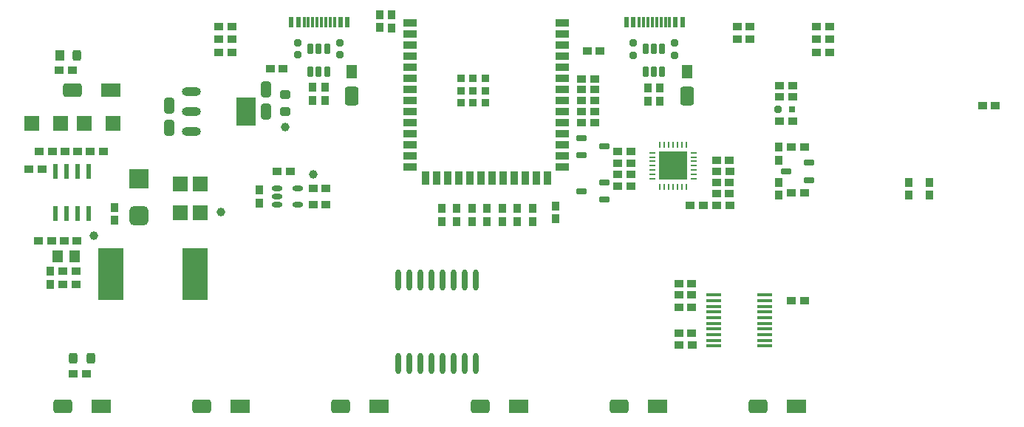
<source format=gtp>
G04*
G04 #@! TF.GenerationSoftware,Altium Limited,Altium Designer,21.2.1 (34)*
G04*
G04 Layer_Color=8421504*
%FSTAX24Y24*%
%MOIN*%
G70*
G04*
G04 #@! TF.SameCoordinates,6CF6E2E0-1279-4785-91C8-ECC7A25CC669*
G04*
G04*
G04 #@! TF.FilePolarity,Positive*
G04*
G01*
G75*
G04:AMPARAMS|DCode=21|XSize=39.4mil|YSize=47.2mil|CornerRadius=9.8mil|HoleSize=0mil|Usage=FLASHONLY|Rotation=0.000|XOffset=0mil|YOffset=0mil|HoleType=Round|Shape=RoundedRectangle|*
%AMROUNDEDRECTD21*
21,1,0.0394,0.0276,0,0,0.0*
21,1,0.0197,0.0472,0,0,0.0*
1,1,0.0197,0.0098,-0.0138*
1,1,0.0197,-0.0098,-0.0138*
1,1,0.0197,-0.0098,0.0138*
1,1,0.0197,0.0098,0.0138*
%
%ADD21ROUNDEDRECTD21*%
%ADD22R,0.0394X0.0472*%
%ADD23R,0.0394X0.0374*%
%ADD24R,0.0374X0.0394*%
G04:AMPARAMS|DCode=25|XSize=27.6mil|YSize=47.2mil|CornerRadius=6.9mil|HoleSize=0mil|Usage=FLASHONLY|Rotation=270.000|XOffset=0mil|YOffset=0mil|HoleType=Round|Shape=RoundedRectangle|*
%AMROUNDEDRECTD25*
21,1,0.0276,0.0335,0,0,270.0*
21,1,0.0138,0.0472,0,0,270.0*
1,1,0.0138,-0.0167,-0.0069*
1,1,0.0138,-0.0167,0.0069*
1,1,0.0138,0.0167,0.0069*
1,1,0.0138,0.0167,-0.0069*
%
%ADD25ROUNDEDRECTD25*%
%ADD26R,0.0315X0.0315*%
G04:AMPARAMS|DCode=27|XSize=31.5mil|YSize=31.5mil|CornerRadius=7.9mil|HoleSize=0mil|Usage=FLASHONLY|Rotation=180.000|XOffset=0mil|YOffset=0mil|HoleType=Round|Shape=RoundedRectangle|*
%AMROUNDEDRECTD27*
21,1,0.0315,0.0157,0,0,180.0*
21,1,0.0157,0.0315,0,0,180.0*
1,1,0.0157,-0.0079,0.0079*
1,1,0.0157,0.0079,0.0079*
1,1,0.0157,0.0079,-0.0079*
1,1,0.0157,-0.0079,-0.0079*
%
%ADD27ROUNDEDRECTD27*%
%ADD28R,0.0118X0.0453*%
%ADD29R,0.0236X0.0453*%
G04:AMPARAMS|DCode=30|XSize=48mil|YSize=24.4mil|CornerRadius=3.7mil|HoleSize=0mil|Usage=FLASHONLY|Rotation=90.000|XOffset=0mil|YOffset=0mil|HoleType=Round|Shape=RoundedRectangle|*
%AMROUNDEDRECTD30*
21,1,0.0480,0.0171,0,0,90.0*
21,1,0.0407,0.0244,0,0,90.0*
1,1,0.0073,0.0085,0.0204*
1,1,0.0073,0.0085,-0.0204*
1,1,0.0073,-0.0085,-0.0204*
1,1,0.0073,-0.0085,0.0204*
%
%ADD30ROUNDEDRECTD30*%
%ADD31R,0.0472X0.0630*%
G04:AMPARAMS|DCode=32|XSize=63mil|YSize=86.6mil|CornerRadius=15.7mil|HoleSize=0mil|Usage=FLASHONLY|Rotation=0.000|XOffset=0mil|YOffset=0mil|HoleType=Round|Shape=RoundedRectangle|*
%AMROUNDEDRECTD32*
21,1,0.0630,0.0551,0,0,0.0*
21,1,0.0315,0.0866,0,0,0.0*
1,1,0.0315,0.0157,-0.0276*
1,1,0.0315,-0.0157,-0.0276*
1,1,0.0315,-0.0157,0.0276*
1,1,0.0315,0.0157,0.0276*
%
%ADD32ROUNDEDRECTD32*%
%ADD33O,0.0098X0.0315*%
%ADD34O,0.0315X0.0098*%
%ADD35R,0.1260X0.1260*%
%ADD36C,0.0394*%
%ADD37R,0.0669X0.0669*%
%ADD38O,0.0866X0.0394*%
%ADD39R,0.0866X0.1260*%
%ADD40R,0.0236X0.0669*%
%ADD41R,0.0472X0.0551*%
%ADD42R,0.1181X0.2362*%
%ADD43R,0.0866X0.0630*%
G04:AMPARAMS|DCode=44|XSize=63mil|YSize=86.6mil|CornerRadius=15.7mil|HoleSize=0mil|Usage=FLASHONLY|Rotation=270.000|XOffset=0mil|YOffset=0mil|HoleType=Round|Shape=RoundedRectangle|*
%AMROUNDEDRECTD44*
21,1,0.0630,0.0551,0,0,270.0*
21,1,0.0315,0.0866,0,0,270.0*
1,1,0.0315,-0.0276,-0.0157*
1,1,0.0315,-0.0276,0.0157*
1,1,0.0315,0.0276,0.0157*
1,1,0.0315,0.0276,-0.0157*
%
%ADD44ROUNDEDRECTD44*%
%ADD45R,0.0866X0.0866*%
G04:AMPARAMS|DCode=46|XSize=86.6mil|YSize=86.6mil|CornerRadius=21.7mil|HoleSize=0mil|Usage=FLASHONLY|Rotation=0.000|XOffset=0mil|YOffset=0mil|HoleType=Round|Shape=RoundedRectangle|*
%AMROUNDEDRECTD46*
21,1,0.0866,0.0433,0,0,0.0*
21,1,0.0433,0.0866,0,0,0.0*
1,1,0.0433,0.0217,-0.0217*
1,1,0.0433,-0.0217,-0.0217*
1,1,0.0433,-0.0217,0.0217*
1,1,0.0433,0.0217,0.0217*
%
%ADD46ROUNDEDRECTD46*%
%ADD47R,0.0669X0.0669*%
G04:AMPARAMS|DCode=48|XSize=47.2mil|YSize=70.9mil|CornerRadius=11.8mil|HoleSize=0mil|Usage=FLASHONLY|Rotation=180.000|XOffset=0mil|YOffset=0mil|HoleType=Round|Shape=RoundedRectangle|*
%AMROUNDEDRECTD48*
21,1,0.0472,0.0472,0,0,180.0*
21,1,0.0236,0.0709,0,0,180.0*
1,1,0.0236,-0.0118,0.0236*
1,1,0.0236,0.0118,0.0236*
1,1,0.0236,0.0118,-0.0236*
1,1,0.0236,-0.0118,-0.0236*
%
%ADD48ROUNDEDRECTD48*%
G04:AMPARAMS|DCode=49|XSize=39.4mil|YSize=47.2mil|CornerRadius=9.8mil|HoleSize=0mil|Usage=FLASHONLY|Rotation=90.000|XOffset=0mil|YOffset=0mil|HoleType=Round|Shape=RoundedRectangle|*
%AMROUNDEDRECTD49*
21,1,0.0394,0.0276,0,0,90.0*
21,1,0.0197,0.0472,0,0,90.0*
1,1,0.0197,0.0138,0.0098*
1,1,0.0197,0.0138,-0.0098*
1,1,0.0197,-0.0138,-0.0098*
1,1,0.0197,-0.0138,0.0098*
%
%ADD49ROUNDEDRECTD49*%
%ADD50O,0.0709X0.0157*%
%ADD51O,0.0236X0.0945*%
%ADD52R,0.0354X0.0591*%
%ADD53R,0.0591X0.0354*%
%ADD54R,0.0354X0.0354*%
%ADD55O,0.0472X0.0236*%
D21*
X031831Y049693D02*
D03*
X032461Y036031D02*
D03*
X031673D02*
D03*
D22*
X031043Y049693D02*
D03*
D23*
X031614Y049023D02*
D03*
X031024D02*
D03*
X064646Y043472D02*
D03*
X064055D02*
D03*
X064655Y045538D02*
D03*
X064064D02*
D03*
X063524Y048315D02*
D03*
X064114D02*
D03*
X063524Y047803D02*
D03*
X064114D02*
D03*
Y0467D02*
D03*
X063524D02*
D03*
X054843Y049889D02*
D03*
X055433D02*
D03*
X055197Y04863D02*
D03*
X054606D02*
D03*
X055197Y048137D02*
D03*
X054606D02*
D03*
X055197Y047645D02*
D03*
X054606D02*
D03*
X055197Y047153D02*
D03*
X054606D02*
D03*
X055197Y046661D02*
D03*
X054606D02*
D03*
X072677Y047409D02*
D03*
X073268D02*
D03*
X04114Y049068D02*
D03*
X040549D02*
D03*
X031788Y03995D02*
D03*
X031197D02*
D03*
X030127Y04535D02*
D03*
X030718D02*
D03*
X031277D02*
D03*
X031868D02*
D03*
X031188Y039357D02*
D03*
X031778D02*
D03*
X030245Y04455D02*
D03*
X029655D02*
D03*
X031247Y0413D02*
D03*
X031838D02*
D03*
X030688D02*
D03*
X030097D02*
D03*
X032427Y04535D02*
D03*
X033018D02*
D03*
X031671Y035324D02*
D03*
X032262D02*
D03*
X038819Y049811D02*
D03*
X038228D02*
D03*
X065787D02*
D03*
X065197D02*
D03*
X038228Y050401D02*
D03*
X038819D02*
D03*
X038228Y050992D02*
D03*
X038819D02*
D03*
X065197Y050401D02*
D03*
X065787D02*
D03*
X065197Y050992D02*
D03*
X065787D02*
D03*
X061614Y050401D02*
D03*
X062205D02*
D03*
X061614Y050992D02*
D03*
X062205D02*
D03*
X064055Y03863D02*
D03*
X064646D02*
D03*
X059577Y036622D02*
D03*
X058986D02*
D03*
X058976Y037133D02*
D03*
X059567D02*
D03*
Y038315D02*
D03*
X058976D02*
D03*
X059567Y038866D02*
D03*
X058976D02*
D03*
X059567Y039378D02*
D03*
X058976D02*
D03*
X061277Y042931D02*
D03*
X060687D02*
D03*
X060677Y043433D02*
D03*
X061267D02*
D03*
X060677Y043935D02*
D03*
X061267D02*
D03*
X061277Y044437D02*
D03*
X060687D02*
D03*
X061267Y044939D02*
D03*
X060677D02*
D03*
X056819Y045333D02*
D03*
X056228D02*
D03*
X056819Y044821D02*
D03*
X056228D02*
D03*
X056819Y044309D02*
D03*
X056228D02*
D03*
X056819Y043797D02*
D03*
X056228D02*
D03*
X060079Y042921D02*
D03*
X059488D02*
D03*
X041457Y044456D02*
D03*
X040866D02*
D03*
X043071Y043669D02*
D03*
X04248D02*
D03*
X043071Y04296D02*
D03*
X04248D02*
D03*
D24*
X063484Y043964D02*
D03*
Y043374D02*
D03*
Y045539D02*
D03*
Y044948D02*
D03*
X043012Y048236D02*
D03*
Y047645D02*
D03*
X042461Y048236D02*
D03*
Y047645D02*
D03*
X053431Y042301D02*
D03*
Y042891D02*
D03*
X046029Y050926D02*
D03*
Y051517D02*
D03*
X045492Y050933D02*
D03*
Y051523D02*
D03*
X03061Y039948D02*
D03*
Y039358D02*
D03*
X033521Y042235D02*
D03*
Y042826D02*
D03*
X06935Y043964D02*
D03*
Y043374D02*
D03*
X070295Y043964D02*
D03*
Y043374D02*
D03*
X052382Y042193D02*
D03*
Y042783D02*
D03*
X051699Y042191D02*
D03*
Y042782D02*
D03*
X051017Y042191D02*
D03*
Y042782D02*
D03*
X050335Y042191D02*
D03*
Y042782D02*
D03*
X049652Y042191D02*
D03*
Y042782D02*
D03*
X04897Y042191D02*
D03*
Y042782D02*
D03*
X048287Y042193D02*
D03*
Y042783D02*
D03*
X05813Y048216D02*
D03*
Y047626D02*
D03*
X057579Y048216D02*
D03*
Y047626D02*
D03*
X040059Y04361D02*
D03*
Y043019D02*
D03*
D25*
X064862Y044063D02*
D03*
Y04485D02*
D03*
X063839Y044456D02*
D03*
X055618Y045569D02*
D03*
X054594Y045175D02*
D03*
Y045963D02*
D03*
Y043561D02*
D03*
X055618Y043955D02*
D03*
Y043167D02*
D03*
D26*
X064094Y047252D02*
D03*
D27*
X063465D02*
D03*
X043676Y050256D02*
D03*
Y049705D02*
D03*
X041791Y050263D02*
D03*
Y049712D02*
D03*
X058794Y050236D02*
D03*
Y049685D02*
D03*
X056909Y050244D02*
D03*
Y049693D02*
D03*
D28*
X042863Y051191D02*
D03*
X04247D02*
D03*
X04306D02*
D03*
X042666D02*
D03*
X042076D02*
D03*
X043257D02*
D03*
X043454D02*
D03*
X042273D02*
D03*
X057981D02*
D03*
X057588D02*
D03*
X058178D02*
D03*
X057785D02*
D03*
X057194D02*
D03*
X058375D02*
D03*
X058572D02*
D03*
X057391D02*
D03*
D29*
X04371D02*
D03*
X04182D02*
D03*
X041505D02*
D03*
X044025D02*
D03*
X058828D02*
D03*
X056938D02*
D03*
X056623D02*
D03*
X059143D02*
D03*
D30*
X04311Y049988D02*
D03*
X042736D02*
D03*
X042362D02*
D03*
Y048964D02*
D03*
X042736D02*
D03*
X04311D02*
D03*
X058228Y049968D02*
D03*
X057854D02*
D03*
X05748D02*
D03*
Y048944D02*
D03*
X057854D02*
D03*
X058228D02*
D03*
D31*
X044232Y048964D02*
D03*
X05935Y048944D02*
D03*
D32*
X044232Y047862D02*
D03*
X05935Y047842D02*
D03*
D33*
X058137Y043758D02*
D03*
X058334D02*
D03*
X058531D02*
D03*
X058728D02*
D03*
X058925D02*
D03*
X059122D02*
D03*
X059319D02*
D03*
Y045648D02*
D03*
X059122D02*
D03*
X058925D02*
D03*
X058728D02*
D03*
X058531D02*
D03*
X058334D02*
D03*
X058137D02*
D03*
D34*
X059673Y044112D02*
D03*
Y044309D02*
D03*
Y044506D02*
D03*
Y044703D02*
D03*
Y0449D02*
D03*
Y045096D02*
D03*
Y045293D02*
D03*
X057783D02*
D03*
Y045096D02*
D03*
Y0449D02*
D03*
Y044703D02*
D03*
Y044506D02*
D03*
Y044309D02*
D03*
Y044112D02*
D03*
D35*
X058728Y044703D02*
D03*
D36*
X0425Y044299D02*
D03*
X038327Y042606D02*
D03*
X032579Y041543D02*
D03*
X04124Y046464D02*
D03*
D37*
X03215Y0466D02*
D03*
X03345D02*
D03*
X0298D02*
D03*
X0311D02*
D03*
D38*
X037007Y048051D02*
D03*
Y047146D02*
D03*
Y04624D02*
D03*
D39*
X039448Y047146D02*
D03*
D40*
X03085Y042535D02*
D03*
X03135D02*
D03*
X03185D02*
D03*
X03235D02*
D03*
X03085Y044465D02*
D03*
X03135D02*
D03*
X03185D02*
D03*
X03235D02*
D03*
D41*
X030967Y040624D02*
D03*
X031715D02*
D03*
D42*
X033366Y039811D02*
D03*
X037146D02*
D03*
D43*
X033366Y048118D02*
D03*
X032916Y033835D02*
D03*
X039193D02*
D03*
X051745D02*
D03*
X058022D02*
D03*
X064298D02*
D03*
X045469D02*
D03*
D44*
X031634Y048118D02*
D03*
X031184Y033835D02*
D03*
X03746D02*
D03*
X050013D02*
D03*
X05629D02*
D03*
X062566D02*
D03*
X043737D02*
D03*
D45*
X034626Y044102D02*
D03*
D46*
Y042448D02*
D03*
D47*
X036497Y043876D02*
D03*
Y042577D02*
D03*
X037407Y043876D02*
D03*
Y042577D02*
D03*
D48*
X040374Y048157D02*
D03*
Y047133D02*
D03*
X035977Y046402D02*
D03*
Y047426D02*
D03*
D49*
X041225Y047145D02*
D03*
Y047932D02*
D03*
D50*
X060571Y038876D02*
D03*
Y03862D02*
D03*
Y038364D02*
D03*
Y038108D02*
D03*
Y037852D02*
D03*
Y037596D02*
D03*
Y03734D02*
D03*
Y037084D02*
D03*
Y036828D02*
D03*
Y036572D02*
D03*
X062854Y038876D02*
D03*
Y03862D02*
D03*
Y038364D02*
D03*
Y038108D02*
D03*
Y037852D02*
D03*
Y037596D02*
D03*
Y03734D02*
D03*
Y037084D02*
D03*
Y036828D02*
D03*
Y036572D02*
D03*
D51*
X048821Y039555D02*
D03*
X046821Y035775D02*
D03*
X048821D02*
D03*
X046321Y039555D02*
D03*
X049821Y035775D02*
D03*
X046821Y039555D02*
D03*
X049321D02*
D03*
X047321D02*
D03*
X047821D02*
D03*
X048321Y035775D02*
D03*
X047321D02*
D03*
X046321D02*
D03*
X048321Y039555D02*
D03*
X047821Y035775D02*
D03*
X049321D02*
D03*
X049821Y039555D02*
D03*
D52*
X053045Y044141D02*
D03*
X052545D02*
D03*
X052045D02*
D03*
X051545D02*
D03*
X051045D02*
D03*
X050545D02*
D03*
X050045D02*
D03*
X049545D02*
D03*
X049045D02*
D03*
X048545D02*
D03*
X048045D02*
D03*
X047545D02*
D03*
D53*
X05374Y051133D02*
D03*
Y050633D02*
D03*
Y050133D02*
D03*
Y049633D02*
D03*
Y049133D02*
D03*
Y048633D02*
D03*
Y048133D02*
D03*
Y047633D02*
D03*
Y047133D02*
D03*
Y046633D02*
D03*
Y046133D02*
D03*
Y045633D02*
D03*
Y045133D02*
D03*
Y044633D02*
D03*
X04685D02*
D03*
Y045133D02*
D03*
Y045633D02*
D03*
Y046133D02*
D03*
Y046633D02*
D03*
Y047133D02*
D03*
Y047633D02*
D03*
Y048133D02*
D03*
Y048633D02*
D03*
Y049133D02*
D03*
Y049633D02*
D03*
Y050133D02*
D03*
Y050633D02*
D03*
Y051133D02*
D03*
D54*
X050256Y048645D02*
D03*
X049705D02*
D03*
X049154D02*
D03*
X050256Y047543D02*
D03*
X049705D02*
D03*
X049154D02*
D03*
X050256Y048094D02*
D03*
X049154D02*
D03*
X049705D02*
D03*
D55*
X041791Y042941D02*
D03*
X040846Y043315D02*
D03*
Y043689D02*
D03*
Y042941D02*
D03*
X041791Y043689D02*
D03*
M02*

</source>
